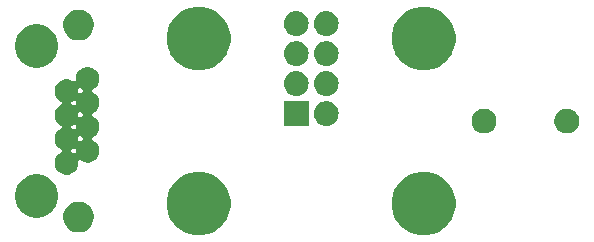
<source format=gbr>
G04 #@! TF.GenerationSoftware,KiCad,Pcbnew,(5.0.1)-4*
G04 #@! TF.CreationDate,2019-03-02T05:17:56-05:00*
G04 #@! TF.ProjectId,Dev,4465762E6B696361645F706362000000,rev?*
G04 #@! TF.SameCoordinates,Original*
G04 #@! TF.FileFunction,Soldermask,Bot*
G04 #@! TF.FilePolarity,Negative*
%FSLAX46Y46*%
G04 Gerber Fmt 4.6, Leading zero omitted, Abs format (unit mm)*
G04 Created by KiCad (PCBNEW (5.0.1)-4) date 3/2/2019 5:17:56 AM*
%MOMM*%
%LPD*%
G01*
G04 APERTURE LIST*
%ADD10C,0.150000*%
G04 APERTURE END LIST*
D10*
G36*
X61112560Y-39948759D02*
X61603928Y-40152290D01*
X61603930Y-40152291D01*
X61814076Y-40292706D01*
X62046153Y-40447775D01*
X62422225Y-40823847D01*
X62422227Y-40823850D01*
X62570356Y-41045540D01*
X62717710Y-41266072D01*
X62921241Y-41757440D01*
X63025000Y-42279072D01*
X63025000Y-42810928D01*
X62921241Y-43332560D01*
X62717710Y-43823928D01*
X62422225Y-44266153D01*
X62046153Y-44642225D01*
X62046150Y-44642227D01*
X61603930Y-44937709D01*
X61603929Y-44937710D01*
X61603928Y-44937710D01*
X61112560Y-45141241D01*
X60590928Y-45245000D01*
X60059072Y-45245000D01*
X59537440Y-45141241D01*
X59046072Y-44937710D01*
X59046071Y-44937710D01*
X59046070Y-44937709D01*
X58603850Y-44642227D01*
X58603847Y-44642225D01*
X58227775Y-44266153D01*
X57932290Y-43823928D01*
X57728759Y-43332560D01*
X57625000Y-42810928D01*
X57625000Y-42279072D01*
X57728759Y-41757440D01*
X57932290Y-41266072D01*
X58079645Y-41045540D01*
X58227773Y-40823850D01*
X58227775Y-40823847D01*
X58603847Y-40447775D01*
X58835924Y-40292706D01*
X59046070Y-40152291D01*
X59046072Y-40152290D01*
X59537440Y-39948759D01*
X60059072Y-39845000D01*
X60590928Y-39845000D01*
X61112560Y-39948759D01*
X61112560Y-39948759D01*
G37*
G36*
X42062560Y-39948759D02*
X42553928Y-40152290D01*
X42553930Y-40152291D01*
X42764076Y-40292706D01*
X42996153Y-40447775D01*
X43372225Y-40823847D01*
X43372227Y-40823850D01*
X43520356Y-41045540D01*
X43667710Y-41266072D01*
X43871241Y-41757440D01*
X43975000Y-42279072D01*
X43975000Y-42810928D01*
X43871241Y-43332560D01*
X43667710Y-43823928D01*
X43372225Y-44266153D01*
X42996153Y-44642225D01*
X42996150Y-44642227D01*
X42553930Y-44937709D01*
X42553929Y-44937710D01*
X42553928Y-44937710D01*
X42062560Y-45141241D01*
X41540928Y-45245000D01*
X41009072Y-45245000D01*
X40487440Y-45141241D01*
X39996072Y-44937710D01*
X39996071Y-44937710D01*
X39996070Y-44937709D01*
X39553850Y-44642227D01*
X39553847Y-44642225D01*
X39177775Y-44266153D01*
X38882290Y-43823928D01*
X38678759Y-43332560D01*
X38575000Y-42810928D01*
X38575000Y-42279072D01*
X38678759Y-41757440D01*
X38882290Y-41266072D01*
X39029645Y-41045540D01*
X39177773Y-40823850D01*
X39177775Y-40823847D01*
X39553847Y-40447775D01*
X39785924Y-40292706D01*
X39996070Y-40152291D01*
X39996072Y-40152290D01*
X40487440Y-39948759D01*
X41009072Y-39845000D01*
X41540928Y-39845000D01*
X42062560Y-39948759D01*
X42062560Y-39948759D01*
G37*
G36*
X31491196Y-42439958D02*
X31727780Y-42537954D01*
X31940705Y-42680226D01*
X32121774Y-42861295D01*
X32264046Y-43074220D01*
X32362042Y-43310804D01*
X32412000Y-43561960D01*
X32412000Y-43818040D01*
X32362042Y-44069196D01*
X32264046Y-44305780D01*
X32121774Y-44518705D01*
X31940705Y-44699774D01*
X31727780Y-44842046D01*
X31491196Y-44940042D01*
X31240040Y-44990000D01*
X30983960Y-44990000D01*
X30732804Y-44940042D01*
X30496220Y-44842046D01*
X30283295Y-44699774D01*
X30102226Y-44518705D01*
X29959954Y-44305780D01*
X29861958Y-44069196D01*
X29812000Y-43818040D01*
X29812000Y-43561960D01*
X29861958Y-43310804D01*
X29959954Y-43074220D01*
X30102226Y-42861295D01*
X30283295Y-42680226D01*
X30496220Y-42537954D01*
X30732804Y-42439958D01*
X30983960Y-42390000D01*
X31240040Y-42390000D01*
X31491196Y-42439958D01*
X31491196Y-42439958D01*
G37*
G36*
X27907703Y-40120000D02*
X28084333Y-40155134D01*
X28416461Y-40292706D01*
X28648535Y-40447773D01*
X28715372Y-40492432D01*
X28969568Y-40746628D01*
X28969570Y-40746631D01*
X29169294Y-41045539D01*
X29306866Y-41377667D01*
X29377000Y-41730253D01*
X29377000Y-42089747D01*
X29306866Y-42442333D01*
X29169294Y-42774461D01*
X29111273Y-42861295D01*
X28969568Y-43073372D01*
X28715372Y-43327568D01*
X28715369Y-43327570D01*
X28416461Y-43527294D01*
X28084333Y-43664866D01*
X27908040Y-43699933D01*
X27731748Y-43735000D01*
X27372252Y-43735000D01*
X27195960Y-43699933D01*
X27019667Y-43664866D01*
X26687539Y-43527294D01*
X26388631Y-43327570D01*
X26388628Y-43327568D01*
X26134432Y-43073372D01*
X25992727Y-42861295D01*
X25934706Y-42774461D01*
X25797134Y-42442333D01*
X25727000Y-42089747D01*
X25727000Y-41730253D01*
X25797134Y-41377667D01*
X25934706Y-41045539D01*
X26134430Y-40746631D01*
X26134432Y-40746628D01*
X26388628Y-40492432D01*
X26455465Y-40447773D01*
X26687539Y-40292706D01*
X27019667Y-40155134D01*
X27196297Y-40120000D01*
X27372252Y-40085000D01*
X27731748Y-40085000D01*
X27907703Y-40120000D01*
X27907703Y-40120000D01*
G37*
G36*
X32047770Y-31015372D02*
X32163689Y-31038429D01*
X32345678Y-31113811D01*
X32509463Y-31223249D01*
X32648751Y-31362537D01*
X32758189Y-31526322D01*
X32833571Y-31708311D01*
X32851576Y-31798828D01*
X32872000Y-31901507D01*
X32872000Y-32098493D01*
X32862985Y-32143813D01*
X32833571Y-32291689D01*
X32758189Y-32473678D01*
X32648751Y-32637463D01*
X32509463Y-32776751D01*
X32345678Y-32886189D01*
X32313497Y-32899519D01*
X32291893Y-32911066D01*
X32272951Y-32926611D01*
X32257406Y-32945553D01*
X32245854Y-32967164D01*
X32238741Y-32990613D01*
X32236339Y-33015000D01*
X32238741Y-33039386D01*
X32245854Y-33062835D01*
X32257405Y-33084446D01*
X32272950Y-33103388D01*
X32291892Y-33118933D01*
X32313497Y-33130481D01*
X32345678Y-33143811D01*
X32509463Y-33253249D01*
X32648751Y-33392537D01*
X32758189Y-33556322D01*
X32833571Y-33738311D01*
X32854083Y-33841434D01*
X32872000Y-33931507D01*
X32872000Y-34128493D01*
X32862985Y-34173812D01*
X32833571Y-34321689D01*
X32758189Y-34503678D01*
X32648751Y-34667463D01*
X32509463Y-34806751D01*
X32345678Y-34916189D01*
X32313497Y-34929519D01*
X32291893Y-34941066D01*
X32272951Y-34956611D01*
X32257406Y-34975553D01*
X32245854Y-34997164D01*
X32238741Y-35020613D01*
X32236339Y-35045000D01*
X32238741Y-35069386D01*
X32245854Y-35092835D01*
X32257405Y-35114446D01*
X32272950Y-35133388D01*
X32291892Y-35148933D01*
X32313497Y-35160481D01*
X32345678Y-35173811D01*
X32509463Y-35283249D01*
X32648751Y-35422537D01*
X32758189Y-35586322D01*
X32833571Y-35768311D01*
X32853109Y-35866535D01*
X32872000Y-35961507D01*
X32872000Y-36158493D01*
X32862985Y-36203812D01*
X32833571Y-36351689D01*
X32758189Y-36533678D01*
X32648751Y-36697463D01*
X32509463Y-36836751D01*
X32345678Y-36946189D01*
X32313497Y-36959519D01*
X32291893Y-36971066D01*
X32272951Y-36986611D01*
X32257406Y-37005553D01*
X32245854Y-37027164D01*
X32238741Y-37050613D01*
X32236339Y-37075000D01*
X32238741Y-37099386D01*
X32245854Y-37122835D01*
X32257405Y-37144446D01*
X32272950Y-37163388D01*
X32291892Y-37178933D01*
X32313497Y-37190481D01*
X32345678Y-37203811D01*
X32509463Y-37313249D01*
X32648751Y-37452537D01*
X32758189Y-37616322D01*
X32833571Y-37798311D01*
X32854083Y-37901434D01*
X32872000Y-37991507D01*
X32872000Y-38188493D01*
X32862985Y-38233812D01*
X32833571Y-38381689D01*
X32758189Y-38563678D01*
X32648751Y-38727463D01*
X32509463Y-38866751D01*
X32345678Y-38976189D01*
X32163689Y-39051571D01*
X32047770Y-39074628D01*
X31970493Y-39090000D01*
X31773507Y-39090000D01*
X31696230Y-39074628D01*
X31580311Y-39051571D01*
X31398322Y-38976189D01*
X31285557Y-38900842D01*
X31263958Y-38889296D01*
X31240509Y-38882183D01*
X31216123Y-38879781D01*
X31191736Y-38882183D01*
X31168287Y-38889296D01*
X31146676Y-38900847D01*
X31127734Y-38916392D01*
X31112189Y-38935334D01*
X31100637Y-38956945D01*
X31093524Y-38980394D01*
X31091122Y-39004780D01*
X31092000Y-39013698D01*
X31092000Y-39218491D01*
X31053571Y-39411689D01*
X30978189Y-39593678D01*
X30868751Y-39757463D01*
X30729463Y-39896751D01*
X30565678Y-40006189D01*
X30383689Y-40081571D01*
X30267770Y-40104628D01*
X30190493Y-40120000D01*
X29993507Y-40120000D01*
X29916230Y-40104628D01*
X29800311Y-40081571D01*
X29618322Y-40006189D01*
X29454537Y-39896751D01*
X29315249Y-39757463D01*
X29205811Y-39593678D01*
X29130429Y-39411689D01*
X29092000Y-39218491D01*
X29092000Y-39021509D01*
X29093554Y-39013698D01*
X29116001Y-38900847D01*
X29130429Y-38828311D01*
X29205811Y-38646322D01*
X29315249Y-38482537D01*
X29454537Y-38343249D01*
X29618322Y-38233811D01*
X29650503Y-38220481D01*
X29672107Y-38208934D01*
X29691049Y-38193389D01*
X29706594Y-38174447D01*
X29718146Y-38152836D01*
X29725259Y-38129387D01*
X29727661Y-38105000D01*
X30456339Y-38105000D01*
X30458741Y-38129386D01*
X30465854Y-38152835D01*
X30477405Y-38174446D01*
X30492950Y-38193388D01*
X30511892Y-38208933D01*
X30533497Y-38220481D01*
X30565678Y-38233811D01*
X30678443Y-38309158D01*
X30700042Y-38320704D01*
X30723491Y-38327817D01*
X30747877Y-38330219D01*
X30772264Y-38327817D01*
X30795713Y-38320704D01*
X30817324Y-38309153D01*
X30836266Y-38293608D01*
X30851811Y-38274666D01*
X30863363Y-38253055D01*
X30870476Y-38229606D01*
X30872878Y-38205220D01*
X30872000Y-38196302D01*
X30872000Y-38005368D01*
X30869598Y-37980982D01*
X30862485Y-37957533D01*
X30850934Y-37935922D01*
X30835388Y-37916980D01*
X30816446Y-37901434D01*
X30794835Y-37889883D01*
X30771386Y-37882770D01*
X30747000Y-37880368D01*
X30722614Y-37882770D01*
X30699165Y-37889883D01*
X30677562Y-37901430D01*
X30565678Y-37976189D01*
X30533497Y-37989519D01*
X30511893Y-38001066D01*
X30492951Y-38016611D01*
X30477406Y-38035553D01*
X30465854Y-38057164D01*
X30458741Y-38080613D01*
X30456339Y-38105000D01*
X29727661Y-38105000D01*
X29725259Y-38080614D01*
X29718146Y-38057165D01*
X29706595Y-38035554D01*
X29691050Y-38016612D01*
X29672108Y-38001067D01*
X29650503Y-37989519D01*
X29618322Y-37976189D01*
X29454537Y-37866751D01*
X29315249Y-37727463D01*
X29205811Y-37563678D01*
X29130429Y-37381689D01*
X29094094Y-37199018D01*
X29092000Y-37188493D01*
X29092000Y-36991507D01*
X29095327Y-36974780D01*
X31091122Y-36974780D01*
X31092000Y-36983698D01*
X31092000Y-37174632D01*
X31094402Y-37199018D01*
X31101515Y-37222467D01*
X31113066Y-37244078D01*
X31128612Y-37263020D01*
X31147554Y-37278566D01*
X31169165Y-37290117D01*
X31192614Y-37297230D01*
X31217000Y-37299632D01*
X31241386Y-37297230D01*
X31264835Y-37290117D01*
X31286438Y-37278570D01*
X31398322Y-37203811D01*
X31430503Y-37190481D01*
X31452107Y-37178934D01*
X31471049Y-37163389D01*
X31486594Y-37144447D01*
X31498146Y-37122836D01*
X31505259Y-37099387D01*
X31507661Y-37075000D01*
X31505259Y-37050614D01*
X31498146Y-37027165D01*
X31486595Y-37005554D01*
X31471050Y-36986612D01*
X31452108Y-36971067D01*
X31430503Y-36959519D01*
X31398322Y-36946189D01*
X31285557Y-36870842D01*
X31263958Y-36859296D01*
X31240509Y-36852183D01*
X31216123Y-36849781D01*
X31191736Y-36852183D01*
X31168287Y-36859296D01*
X31146676Y-36870847D01*
X31127734Y-36886392D01*
X31112189Y-36905334D01*
X31100637Y-36926945D01*
X31093524Y-36950394D01*
X31091122Y-36974780D01*
X29095327Y-36974780D01*
X29116001Y-36870847D01*
X29130429Y-36798311D01*
X29205811Y-36616322D01*
X29315249Y-36452537D01*
X29454537Y-36313249D01*
X29618322Y-36203811D01*
X29650503Y-36190481D01*
X29672107Y-36178934D01*
X29691049Y-36163389D01*
X29706594Y-36144447D01*
X29718146Y-36122836D01*
X29725259Y-36099387D01*
X29727661Y-36075000D01*
X30456339Y-36075000D01*
X30458741Y-36099386D01*
X30465854Y-36122835D01*
X30477405Y-36144446D01*
X30492950Y-36163388D01*
X30511892Y-36178933D01*
X30533497Y-36190481D01*
X30565678Y-36203811D01*
X30678443Y-36279158D01*
X30700042Y-36290704D01*
X30723491Y-36297817D01*
X30747877Y-36300219D01*
X30772264Y-36297817D01*
X30795713Y-36290704D01*
X30817324Y-36279153D01*
X30836266Y-36263608D01*
X30851811Y-36244666D01*
X30863363Y-36223055D01*
X30870476Y-36199606D01*
X30872878Y-36175220D01*
X30872000Y-36166302D01*
X30872000Y-35975368D01*
X30869598Y-35950982D01*
X30862485Y-35927533D01*
X30850934Y-35905922D01*
X30835388Y-35886980D01*
X30816446Y-35871434D01*
X30794835Y-35859883D01*
X30771386Y-35852770D01*
X30747000Y-35850368D01*
X30722614Y-35852770D01*
X30699165Y-35859883D01*
X30677562Y-35871430D01*
X30565678Y-35946189D01*
X30533497Y-35959519D01*
X30511893Y-35971066D01*
X30492951Y-35986611D01*
X30477406Y-36005553D01*
X30465854Y-36027164D01*
X30458741Y-36050613D01*
X30456339Y-36075000D01*
X29727661Y-36075000D01*
X29725259Y-36050614D01*
X29718146Y-36027165D01*
X29706595Y-36005554D01*
X29691050Y-35986612D01*
X29672108Y-35971067D01*
X29650503Y-35959519D01*
X29618322Y-35946189D01*
X29454537Y-35836751D01*
X29315249Y-35697463D01*
X29205811Y-35533678D01*
X29130429Y-35351689D01*
X29094094Y-35169018D01*
X29092000Y-35158493D01*
X29092000Y-34961507D01*
X29095327Y-34944780D01*
X31091122Y-34944780D01*
X31092000Y-34953698D01*
X31092000Y-35144632D01*
X31094402Y-35169018D01*
X31101515Y-35192467D01*
X31113066Y-35214078D01*
X31128612Y-35233020D01*
X31147554Y-35248566D01*
X31169165Y-35260117D01*
X31192614Y-35267230D01*
X31217000Y-35269632D01*
X31241386Y-35267230D01*
X31264835Y-35260117D01*
X31286438Y-35248570D01*
X31398322Y-35173811D01*
X31430503Y-35160481D01*
X31452107Y-35148934D01*
X31471049Y-35133389D01*
X31486594Y-35114447D01*
X31498146Y-35092836D01*
X31505259Y-35069387D01*
X31507661Y-35045000D01*
X31505259Y-35020614D01*
X31498146Y-34997165D01*
X31486595Y-34975554D01*
X31471050Y-34956612D01*
X31452108Y-34941067D01*
X31430503Y-34929519D01*
X31398322Y-34916189D01*
X31285557Y-34840842D01*
X31263958Y-34829296D01*
X31240509Y-34822183D01*
X31216123Y-34819781D01*
X31191736Y-34822183D01*
X31168287Y-34829296D01*
X31146676Y-34840847D01*
X31127734Y-34856392D01*
X31112189Y-34875334D01*
X31100637Y-34896945D01*
X31093524Y-34920394D01*
X31091122Y-34944780D01*
X29095327Y-34944780D01*
X29116001Y-34840847D01*
X29130429Y-34768311D01*
X29205811Y-34586322D01*
X29315249Y-34422537D01*
X29454537Y-34283249D01*
X29618322Y-34173811D01*
X29650503Y-34160481D01*
X29672107Y-34148934D01*
X29691049Y-34133389D01*
X29706594Y-34114447D01*
X29718146Y-34092836D01*
X29725259Y-34069387D01*
X29727661Y-34045000D01*
X30456339Y-34045000D01*
X30458741Y-34069386D01*
X30465854Y-34092835D01*
X30477405Y-34114446D01*
X30492950Y-34133388D01*
X30511892Y-34148933D01*
X30533497Y-34160481D01*
X30565678Y-34173811D01*
X30678443Y-34249158D01*
X30700042Y-34260704D01*
X30723491Y-34267817D01*
X30747877Y-34270219D01*
X30772264Y-34267817D01*
X30795713Y-34260704D01*
X30817324Y-34249153D01*
X30836266Y-34233608D01*
X30851811Y-34214666D01*
X30863363Y-34193055D01*
X30870476Y-34169606D01*
X30872878Y-34145220D01*
X30872000Y-34136302D01*
X30872000Y-33945368D01*
X30869598Y-33920982D01*
X30862485Y-33897533D01*
X30850934Y-33875922D01*
X30835388Y-33856980D01*
X30816446Y-33841434D01*
X30794835Y-33829883D01*
X30771386Y-33822770D01*
X30747000Y-33820368D01*
X30722614Y-33822770D01*
X30699165Y-33829883D01*
X30677562Y-33841430D01*
X30565678Y-33916189D01*
X30533497Y-33929519D01*
X30511893Y-33941066D01*
X30492951Y-33956611D01*
X30477406Y-33975553D01*
X30465854Y-33997164D01*
X30458741Y-34020613D01*
X30456339Y-34045000D01*
X29727661Y-34045000D01*
X29725259Y-34020614D01*
X29718146Y-33997165D01*
X29706595Y-33975554D01*
X29691050Y-33956612D01*
X29672108Y-33941067D01*
X29650503Y-33929519D01*
X29618322Y-33916189D01*
X29454537Y-33806751D01*
X29315249Y-33667463D01*
X29205811Y-33503678D01*
X29130429Y-33321689D01*
X29094094Y-33139018D01*
X29092000Y-33128493D01*
X29092000Y-32931507D01*
X29095327Y-32914780D01*
X31091122Y-32914780D01*
X31092000Y-32923698D01*
X31092000Y-33114632D01*
X31094402Y-33139018D01*
X31101515Y-33162467D01*
X31113066Y-33184078D01*
X31128612Y-33203020D01*
X31147554Y-33218566D01*
X31169165Y-33230117D01*
X31192614Y-33237230D01*
X31217000Y-33239632D01*
X31241386Y-33237230D01*
X31264835Y-33230117D01*
X31286438Y-33218570D01*
X31398322Y-33143811D01*
X31430503Y-33130481D01*
X31452107Y-33118934D01*
X31471049Y-33103389D01*
X31486594Y-33084447D01*
X31498146Y-33062836D01*
X31505259Y-33039387D01*
X31507661Y-33015000D01*
X31505259Y-32990614D01*
X31498146Y-32967165D01*
X31486595Y-32945554D01*
X31471050Y-32926612D01*
X31452108Y-32911067D01*
X31430503Y-32899519D01*
X31398322Y-32886189D01*
X31285557Y-32810842D01*
X31263958Y-32799296D01*
X31240509Y-32792183D01*
X31216123Y-32789781D01*
X31191736Y-32792183D01*
X31168287Y-32799296D01*
X31146676Y-32810847D01*
X31127734Y-32826392D01*
X31112189Y-32845334D01*
X31100637Y-32866945D01*
X31093524Y-32890394D01*
X31091122Y-32914780D01*
X29095327Y-32914780D01*
X29116001Y-32810847D01*
X29130429Y-32738311D01*
X29205811Y-32556322D01*
X29315249Y-32392537D01*
X29454537Y-32253249D01*
X29618322Y-32143811D01*
X29800311Y-32068429D01*
X29916230Y-32045372D01*
X29993507Y-32030000D01*
X30190493Y-32030000D01*
X30267770Y-32045372D01*
X30383689Y-32068429D01*
X30565678Y-32143811D01*
X30678443Y-32219158D01*
X30700042Y-32230704D01*
X30723491Y-32237817D01*
X30747877Y-32240219D01*
X30772264Y-32237817D01*
X30795713Y-32230704D01*
X30817324Y-32219153D01*
X30836266Y-32203608D01*
X30851811Y-32184666D01*
X30863363Y-32163055D01*
X30870476Y-32139606D01*
X30872878Y-32115220D01*
X30872000Y-32106302D01*
X30872000Y-31901507D01*
X30892424Y-31798828D01*
X30910429Y-31708311D01*
X30985811Y-31526322D01*
X31095249Y-31362537D01*
X31234537Y-31223249D01*
X31398322Y-31113811D01*
X31580311Y-31038429D01*
X31696230Y-31015372D01*
X31773507Y-31000000D01*
X31970493Y-31000000D01*
X32047770Y-31015372D01*
X32047770Y-31015372D01*
G37*
G36*
X65635420Y-34529292D02*
X65736936Y-34549485D01*
X65928188Y-34628704D01*
X66063570Y-34719164D01*
X66100313Y-34743715D01*
X66246685Y-34890087D01*
X66246687Y-34890090D01*
X66361696Y-35062212D01*
X66440915Y-35253464D01*
X66446840Y-35283253D01*
X66481300Y-35456494D01*
X66481300Y-35663506D01*
X66474545Y-35697466D01*
X66440915Y-35866536D01*
X66361696Y-36057788D01*
X66264126Y-36203811D01*
X66246685Y-36229913D01*
X66100313Y-36376285D01*
X66100310Y-36376287D01*
X65928188Y-36491296D01*
X65736936Y-36570515D01*
X65635421Y-36590707D01*
X65533906Y-36610900D01*
X65326894Y-36610900D01*
X65225379Y-36590707D01*
X65123864Y-36570515D01*
X64932612Y-36491296D01*
X64760490Y-36376287D01*
X64760487Y-36376285D01*
X64614115Y-36229913D01*
X64596674Y-36203811D01*
X64499104Y-36057788D01*
X64419885Y-35866536D01*
X64386255Y-35697466D01*
X64379500Y-35663506D01*
X64379500Y-35456494D01*
X64413960Y-35283253D01*
X64419885Y-35253464D01*
X64499104Y-35062212D01*
X64614113Y-34890090D01*
X64614115Y-34890087D01*
X64760487Y-34743715D01*
X64797230Y-34719164D01*
X64932612Y-34628704D01*
X65123864Y-34549485D01*
X65225380Y-34529292D01*
X65326894Y-34509100D01*
X65533906Y-34509100D01*
X65635420Y-34529292D01*
X65635420Y-34529292D01*
G37*
G36*
X72645820Y-34529292D02*
X72747336Y-34549485D01*
X72938588Y-34628704D01*
X73073970Y-34719164D01*
X73110713Y-34743715D01*
X73257085Y-34890087D01*
X73257087Y-34890090D01*
X73372096Y-35062212D01*
X73451315Y-35253464D01*
X73457240Y-35283253D01*
X73491700Y-35456494D01*
X73491700Y-35663506D01*
X73484945Y-35697466D01*
X73451315Y-35866536D01*
X73372096Y-36057788D01*
X73274526Y-36203811D01*
X73257085Y-36229913D01*
X73110713Y-36376285D01*
X73110710Y-36376287D01*
X72938588Y-36491296D01*
X72747336Y-36570515D01*
X72645821Y-36590707D01*
X72544306Y-36610900D01*
X72337294Y-36610900D01*
X72235779Y-36590707D01*
X72134264Y-36570515D01*
X71943012Y-36491296D01*
X71770890Y-36376287D01*
X71770887Y-36376285D01*
X71624515Y-36229913D01*
X71607074Y-36203811D01*
X71509504Y-36057788D01*
X71430285Y-35866536D01*
X71396655Y-35697466D01*
X71389900Y-35663506D01*
X71389900Y-35456494D01*
X71424360Y-35283253D01*
X71430285Y-35253464D01*
X71509504Y-35062212D01*
X71624513Y-34890090D01*
X71624515Y-34890087D01*
X71770887Y-34743715D01*
X71807630Y-34719164D01*
X71943012Y-34628704D01*
X72134264Y-34549485D01*
X72235780Y-34529292D01*
X72337294Y-34509100D01*
X72544306Y-34509100D01*
X72645820Y-34529292D01*
X72645820Y-34529292D01*
G37*
G36*
X52198707Y-33882597D02*
X52275836Y-33890193D01*
X52377334Y-33920982D01*
X52473763Y-33950233D01*
X52656172Y-34047733D01*
X52816054Y-34178946D01*
X52947267Y-34338828D01*
X53044767Y-34521237D01*
X53044767Y-34521238D01*
X53104807Y-34719164D01*
X53125080Y-34925000D01*
X53104807Y-35130836D01*
X53079556Y-35214078D01*
X53044767Y-35328763D01*
X52947267Y-35511172D01*
X52816054Y-35671054D01*
X52656172Y-35802267D01*
X52473763Y-35899767D01*
X52453472Y-35905922D01*
X52275836Y-35959807D01*
X52198707Y-35967403D01*
X52121580Y-35975000D01*
X52018420Y-35975000D01*
X51941293Y-35967403D01*
X51864164Y-35959807D01*
X51686528Y-35905922D01*
X51666237Y-35899767D01*
X51483828Y-35802267D01*
X51323946Y-35671054D01*
X51192733Y-35511172D01*
X51095233Y-35328763D01*
X51060444Y-35214078D01*
X51035193Y-35130836D01*
X51014920Y-34925000D01*
X51035193Y-34719164D01*
X51095233Y-34521238D01*
X51095233Y-34521237D01*
X51192733Y-34338828D01*
X51323946Y-34178946D01*
X51483828Y-34047733D01*
X51666237Y-33950233D01*
X51762666Y-33920982D01*
X51864164Y-33890193D01*
X51941293Y-33882597D01*
X52018420Y-33875000D01*
X52121580Y-33875000D01*
X52198707Y-33882597D01*
X52198707Y-33882597D01*
G37*
G36*
X50580000Y-35975000D02*
X48480000Y-35975000D01*
X48480000Y-33875000D01*
X50580000Y-33875000D01*
X50580000Y-35975000D01*
X50580000Y-35975000D01*
G37*
G36*
X49658707Y-31342597D02*
X49735836Y-31350193D01*
X49867787Y-31390220D01*
X49933763Y-31410233D01*
X50116172Y-31507733D01*
X50276054Y-31638946D01*
X50407267Y-31798828D01*
X50504767Y-31981237D01*
X50504767Y-31981238D01*
X50564807Y-32179164D01*
X50585080Y-32385000D01*
X50564807Y-32590836D01*
X50550663Y-32637463D01*
X50504767Y-32788763D01*
X50407267Y-32971172D01*
X50276054Y-33131054D01*
X50116172Y-33262267D01*
X49933763Y-33359767D01*
X49867787Y-33379780D01*
X49735836Y-33419807D01*
X49658707Y-33427403D01*
X49581580Y-33435000D01*
X49478420Y-33435000D01*
X49401293Y-33427403D01*
X49324164Y-33419807D01*
X49192213Y-33379780D01*
X49126237Y-33359767D01*
X48943828Y-33262267D01*
X48783946Y-33131054D01*
X48652733Y-32971172D01*
X48555233Y-32788763D01*
X48509337Y-32637463D01*
X48495193Y-32590836D01*
X48474920Y-32385000D01*
X48495193Y-32179164D01*
X48555233Y-31981238D01*
X48555233Y-31981237D01*
X48652733Y-31798828D01*
X48783946Y-31638946D01*
X48943828Y-31507733D01*
X49126237Y-31410233D01*
X49192213Y-31390220D01*
X49324164Y-31350193D01*
X49401293Y-31342597D01*
X49478420Y-31335000D01*
X49581580Y-31335000D01*
X49658707Y-31342597D01*
X49658707Y-31342597D01*
G37*
G36*
X52198707Y-31342597D02*
X52275836Y-31350193D01*
X52407787Y-31390220D01*
X52473763Y-31410233D01*
X52656172Y-31507733D01*
X52816054Y-31638946D01*
X52947267Y-31798828D01*
X53044767Y-31981237D01*
X53044767Y-31981238D01*
X53104807Y-32179164D01*
X53125080Y-32385000D01*
X53104807Y-32590836D01*
X53090663Y-32637463D01*
X53044767Y-32788763D01*
X52947267Y-32971172D01*
X52816054Y-33131054D01*
X52656172Y-33262267D01*
X52473763Y-33359767D01*
X52407787Y-33379780D01*
X52275836Y-33419807D01*
X52198707Y-33427403D01*
X52121580Y-33435000D01*
X52018420Y-33435000D01*
X51941293Y-33427403D01*
X51864164Y-33419807D01*
X51732213Y-33379780D01*
X51666237Y-33359767D01*
X51483828Y-33262267D01*
X51323946Y-33131054D01*
X51192733Y-32971172D01*
X51095233Y-32788763D01*
X51049337Y-32637463D01*
X51035193Y-32590836D01*
X51014920Y-32385000D01*
X51035193Y-32179164D01*
X51095233Y-31981238D01*
X51095233Y-31981237D01*
X51192733Y-31798828D01*
X51323946Y-31638946D01*
X51483828Y-31507733D01*
X51666237Y-31410233D01*
X51732213Y-31390220D01*
X51864164Y-31350193D01*
X51941293Y-31342597D01*
X52018420Y-31335000D01*
X52121580Y-31335000D01*
X52198707Y-31342597D01*
X52198707Y-31342597D01*
G37*
G36*
X61112560Y-25978759D02*
X61598298Y-26179958D01*
X61603930Y-26182291D01*
X61747101Y-26277955D01*
X62046153Y-26477775D01*
X62422225Y-26853847D01*
X62422227Y-26853850D01*
X62586141Y-27099164D01*
X62717710Y-27296072D01*
X62921241Y-27787440D01*
X63025000Y-28309072D01*
X63025000Y-28840928D01*
X62921241Y-29362560D01*
X62763934Y-29742333D01*
X62717709Y-29853930D01*
X62570355Y-30074461D01*
X62422225Y-30296153D01*
X62046153Y-30672225D01*
X62046150Y-30672227D01*
X61603930Y-30967709D01*
X61603929Y-30967710D01*
X61603928Y-30967710D01*
X61112560Y-31171241D01*
X60590928Y-31275000D01*
X60059072Y-31275000D01*
X59537440Y-31171241D01*
X59046072Y-30967710D01*
X59046071Y-30967710D01*
X59046070Y-30967709D01*
X58603850Y-30672227D01*
X58603847Y-30672225D01*
X58227775Y-30296153D01*
X58079645Y-30074461D01*
X57932291Y-29853930D01*
X57886066Y-29742333D01*
X57728759Y-29362560D01*
X57625000Y-28840928D01*
X57625000Y-28309072D01*
X57728759Y-27787440D01*
X57932290Y-27296072D01*
X58063860Y-27099164D01*
X58227773Y-26853850D01*
X58227775Y-26853847D01*
X58603847Y-26477775D01*
X58902899Y-26277955D01*
X59046070Y-26182291D01*
X59051702Y-26179958D01*
X59537440Y-25978759D01*
X60059072Y-25875000D01*
X60590928Y-25875000D01*
X61112560Y-25978759D01*
X61112560Y-25978759D01*
G37*
G36*
X42062560Y-25978759D02*
X42548298Y-26179958D01*
X42553930Y-26182291D01*
X42697101Y-26277955D01*
X42996153Y-26477775D01*
X43372225Y-26853847D01*
X43372227Y-26853850D01*
X43536141Y-27099164D01*
X43667710Y-27296072D01*
X43871241Y-27787440D01*
X43975000Y-28309072D01*
X43975000Y-28840928D01*
X43871241Y-29362560D01*
X43713934Y-29742333D01*
X43667709Y-29853930D01*
X43520355Y-30074461D01*
X43372225Y-30296153D01*
X42996153Y-30672225D01*
X42996150Y-30672227D01*
X42553930Y-30967709D01*
X42553929Y-30967710D01*
X42553928Y-30967710D01*
X42062560Y-31171241D01*
X41540928Y-31275000D01*
X41009072Y-31275000D01*
X40487440Y-31171241D01*
X39996072Y-30967710D01*
X39996071Y-30967710D01*
X39996070Y-30967709D01*
X39553850Y-30672227D01*
X39553847Y-30672225D01*
X39177775Y-30296153D01*
X39029645Y-30074461D01*
X38882291Y-29853930D01*
X38836066Y-29742333D01*
X38678759Y-29362560D01*
X38575000Y-28840928D01*
X38575000Y-28309072D01*
X38678759Y-27787440D01*
X38882290Y-27296072D01*
X39013860Y-27099164D01*
X39177773Y-26853850D01*
X39177775Y-26853847D01*
X39553847Y-26477775D01*
X39852899Y-26277955D01*
X39996070Y-26182291D01*
X40001702Y-26179958D01*
X40487440Y-25978759D01*
X41009072Y-25875000D01*
X41540928Y-25875000D01*
X42062560Y-25978759D01*
X42062560Y-25978759D01*
G37*
G36*
X27908040Y-27420067D02*
X28084333Y-27455134D01*
X28416461Y-27592706D01*
X28707899Y-27787439D01*
X28715372Y-27792432D01*
X28969568Y-28046628D01*
X28969570Y-28046631D01*
X29169294Y-28345539D01*
X29306866Y-28677667D01*
X29377000Y-29030253D01*
X29377000Y-29389747D01*
X29306866Y-29742333D01*
X29169294Y-30074461D01*
X29052829Y-30248763D01*
X28969568Y-30373372D01*
X28715372Y-30627568D01*
X28715369Y-30627570D01*
X28416461Y-30827294D01*
X28084333Y-30964866D01*
X27908040Y-30999933D01*
X27731748Y-31035000D01*
X27372252Y-31035000D01*
X27195960Y-30999933D01*
X27019667Y-30964866D01*
X26687539Y-30827294D01*
X26388631Y-30627570D01*
X26388628Y-30627568D01*
X26134432Y-30373372D01*
X26051171Y-30248763D01*
X25934706Y-30074461D01*
X25797134Y-29742333D01*
X25727000Y-29389747D01*
X25727000Y-29030253D01*
X25797134Y-28677667D01*
X25934706Y-28345539D01*
X26134430Y-28046631D01*
X26134432Y-28046628D01*
X26388628Y-27792432D01*
X26396101Y-27787439D01*
X26687539Y-27592706D01*
X27019667Y-27455134D01*
X27195960Y-27420067D01*
X27372252Y-27385000D01*
X27731748Y-27385000D01*
X27908040Y-27420067D01*
X27908040Y-27420067D01*
G37*
G36*
X52198707Y-28802596D02*
X52275836Y-28810193D01*
X52377156Y-28840928D01*
X52473763Y-28870233D01*
X52656172Y-28967733D01*
X52816054Y-29098946D01*
X52947267Y-29258828D01*
X53044767Y-29441237D01*
X53044767Y-29441238D01*
X53104807Y-29639164D01*
X53125080Y-29845000D01*
X53104807Y-30050836D01*
X53097640Y-30074461D01*
X53044767Y-30248763D01*
X52947267Y-30431172D01*
X52816054Y-30591054D01*
X52656172Y-30722267D01*
X52473763Y-30819767D01*
X52448949Y-30827294D01*
X52275836Y-30879807D01*
X52198707Y-30887403D01*
X52121580Y-30895000D01*
X52018420Y-30895000D01*
X51941293Y-30887403D01*
X51864164Y-30879807D01*
X51691051Y-30827294D01*
X51666237Y-30819767D01*
X51483828Y-30722267D01*
X51323946Y-30591054D01*
X51192733Y-30431172D01*
X51095233Y-30248763D01*
X51042360Y-30074461D01*
X51035193Y-30050836D01*
X51014920Y-29845000D01*
X51035193Y-29639164D01*
X51095233Y-29441238D01*
X51095233Y-29441237D01*
X51192733Y-29258828D01*
X51323946Y-29098946D01*
X51483828Y-28967733D01*
X51666237Y-28870233D01*
X51762844Y-28840928D01*
X51864164Y-28810193D01*
X51941293Y-28802596D01*
X52018420Y-28795000D01*
X52121580Y-28795000D01*
X52198707Y-28802596D01*
X52198707Y-28802596D01*
G37*
G36*
X49658707Y-28802596D02*
X49735836Y-28810193D01*
X49837156Y-28840928D01*
X49933763Y-28870233D01*
X50116172Y-28967733D01*
X50276054Y-29098946D01*
X50407267Y-29258828D01*
X50504767Y-29441237D01*
X50504767Y-29441238D01*
X50564807Y-29639164D01*
X50585080Y-29845000D01*
X50564807Y-30050836D01*
X50557640Y-30074461D01*
X50504767Y-30248763D01*
X50407267Y-30431172D01*
X50276054Y-30591054D01*
X50116172Y-30722267D01*
X49933763Y-30819767D01*
X49908949Y-30827294D01*
X49735836Y-30879807D01*
X49658707Y-30887403D01*
X49581580Y-30895000D01*
X49478420Y-30895000D01*
X49401293Y-30887403D01*
X49324164Y-30879807D01*
X49151051Y-30827294D01*
X49126237Y-30819767D01*
X48943828Y-30722267D01*
X48783946Y-30591054D01*
X48652733Y-30431172D01*
X48555233Y-30248763D01*
X48502360Y-30074461D01*
X48495193Y-30050836D01*
X48474920Y-29845000D01*
X48495193Y-29639164D01*
X48555233Y-29441238D01*
X48555233Y-29441237D01*
X48652733Y-29258828D01*
X48783946Y-29098946D01*
X48943828Y-28967733D01*
X49126237Y-28870233D01*
X49222844Y-28840928D01*
X49324164Y-28810193D01*
X49401293Y-28802596D01*
X49478420Y-28795000D01*
X49581580Y-28795000D01*
X49658707Y-28802596D01*
X49658707Y-28802596D01*
G37*
G36*
X31491196Y-26179958D02*
X31727780Y-26277954D01*
X31940705Y-26420226D01*
X32121774Y-26601295D01*
X32264046Y-26814220D01*
X32362042Y-27050804D01*
X32412000Y-27301960D01*
X32412000Y-27558040D01*
X32362042Y-27809196D01*
X32264046Y-28045780D01*
X32121774Y-28258705D01*
X31940705Y-28439774D01*
X31727780Y-28582046D01*
X31491196Y-28680042D01*
X31240040Y-28730000D01*
X30983960Y-28730000D01*
X30732804Y-28680042D01*
X30496220Y-28582046D01*
X30283295Y-28439774D01*
X30102226Y-28258705D01*
X29959954Y-28045780D01*
X29861958Y-27809196D01*
X29812000Y-27558040D01*
X29812000Y-27301960D01*
X29861958Y-27050804D01*
X29959954Y-26814220D01*
X30102226Y-26601295D01*
X30283295Y-26420226D01*
X30496220Y-26277954D01*
X30732804Y-26179958D01*
X30983960Y-26130000D01*
X31240040Y-26130000D01*
X31491196Y-26179958D01*
X31491196Y-26179958D01*
G37*
G36*
X52198707Y-26262597D02*
X52275836Y-26270193D01*
X52407787Y-26310220D01*
X52473763Y-26330233D01*
X52656172Y-26427733D01*
X52816054Y-26558946D01*
X52947267Y-26718828D01*
X53044767Y-26901237D01*
X53044767Y-26901238D01*
X53104807Y-27099164D01*
X53125080Y-27305000D01*
X53104807Y-27510836D01*
X53079972Y-27592706D01*
X53044767Y-27708763D01*
X52947267Y-27891172D01*
X52816054Y-28051054D01*
X52656172Y-28182267D01*
X52473763Y-28279767D01*
X52407787Y-28299780D01*
X52275836Y-28339807D01*
X52198707Y-28347403D01*
X52121580Y-28355000D01*
X52018420Y-28355000D01*
X51941293Y-28347403D01*
X51864164Y-28339807D01*
X51732213Y-28299780D01*
X51666237Y-28279767D01*
X51483828Y-28182267D01*
X51323946Y-28051054D01*
X51192733Y-27891172D01*
X51095233Y-27708763D01*
X51060028Y-27592706D01*
X51035193Y-27510836D01*
X51014920Y-27305000D01*
X51035193Y-27099164D01*
X51095233Y-26901238D01*
X51095233Y-26901237D01*
X51192733Y-26718828D01*
X51323946Y-26558946D01*
X51483828Y-26427733D01*
X51666237Y-26330233D01*
X51732213Y-26310220D01*
X51864164Y-26270193D01*
X51941293Y-26262596D01*
X52018420Y-26255000D01*
X52121580Y-26255000D01*
X52198707Y-26262597D01*
X52198707Y-26262597D01*
G37*
G36*
X49658707Y-26262597D02*
X49735836Y-26270193D01*
X49867787Y-26310220D01*
X49933763Y-26330233D01*
X50116172Y-26427733D01*
X50276054Y-26558946D01*
X50407267Y-26718828D01*
X50504767Y-26901237D01*
X50504767Y-26901238D01*
X50564807Y-27099164D01*
X50585080Y-27305000D01*
X50564807Y-27510836D01*
X50539972Y-27592706D01*
X50504767Y-27708763D01*
X50407267Y-27891172D01*
X50276054Y-28051054D01*
X50116172Y-28182267D01*
X49933763Y-28279767D01*
X49867787Y-28299780D01*
X49735836Y-28339807D01*
X49658707Y-28347403D01*
X49581580Y-28355000D01*
X49478420Y-28355000D01*
X49401293Y-28347403D01*
X49324164Y-28339807D01*
X49192213Y-28299780D01*
X49126237Y-28279767D01*
X48943828Y-28182267D01*
X48783946Y-28051054D01*
X48652733Y-27891172D01*
X48555233Y-27708763D01*
X48520028Y-27592706D01*
X48495193Y-27510836D01*
X48474920Y-27305000D01*
X48495193Y-27099164D01*
X48555233Y-26901238D01*
X48555233Y-26901237D01*
X48652733Y-26718828D01*
X48783946Y-26558946D01*
X48943828Y-26427733D01*
X49126237Y-26330233D01*
X49192213Y-26310220D01*
X49324164Y-26270193D01*
X49401293Y-26262596D01*
X49478420Y-26255000D01*
X49581580Y-26255000D01*
X49658707Y-26262597D01*
X49658707Y-26262597D01*
G37*
M02*

</source>
